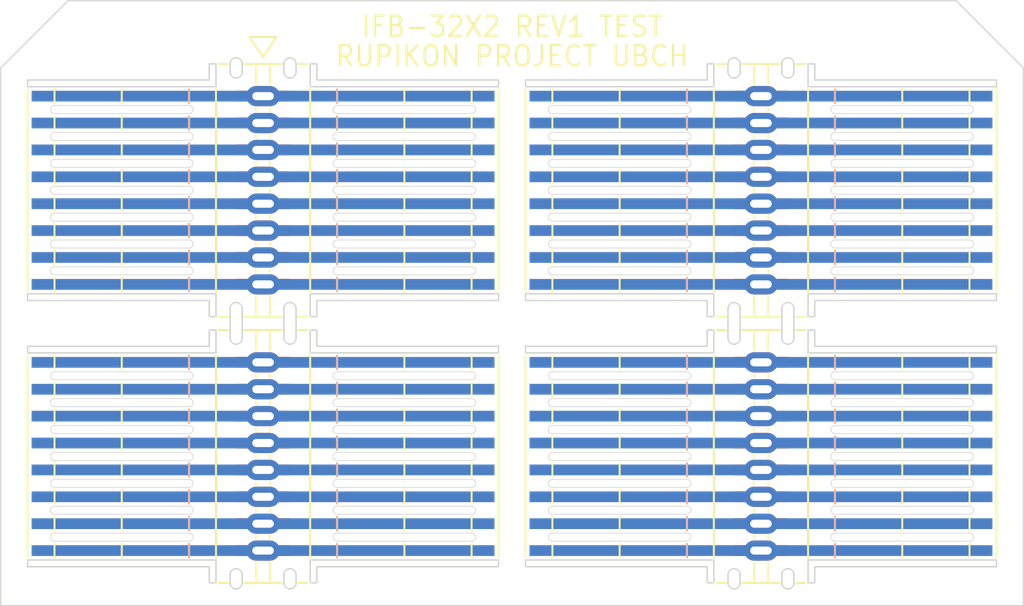
<source format=kicad_pcb>
(kicad_pcb (version 20221018) (generator pcbnew)
  (layers (0 "F.Cu" signal) (31 "B.Cu" signal) (34 "B.Paste" user) (35 "F.Paste" user) (36 "B.SilkS" user "B.Silkscreen") (37 "F.SilkS" user "F.Silkscreen") (38 "B.Mask" user) (39 "F.Mask" user) (44 "Edge.Cuts" user))
  (net 0 "")
  (footprint "MountingHole:MountingHole_2.5mm" (layer "F.Cu") (at 26 16)
    (fp_text reference "REF**" hide)
    (fp_text value "MountingHole_2.5mm")
    (pad "" np_thru_hole circle (at 0 0) (size 2.5 2.5) (drill 2.5) (layers "*.Cu" "*.Mask"))
  )
  (footprint "MountingHole:MountingHole_2.5mm" (layer "F.Cu") (at 76 16)
    (fp_text reference "REF**" hide)
    (fp_text value "MountingHole_2.5mm")
    (pad "" np_thru_hole circle (at 0 0) (size 2.5 2.5) (drill 2.5) (layers "*.Cu" "*.Mask"))
  )
  (footprint "_project_parts:Flex-Dual" (layer "B.Cu") (at 32.5 27.1 -90)
    (fp_text reference "REF**" hide)
    (fp_text value "Flex-Dual" hide)
    (fp_rect (start -7.4 -0.5) (end -6.6 -2) (fill solid) (layer "F.Cu"))
    (fp_rect (start -7.4 2) (end -6.6 0.5) (fill solid) (layer "F.Cu"))
    (fp_rect (start -5.4 -0.5) (end -4.6 -2) (fill solid) (layer "F.Cu"))
    (fp_rect (start -5.4 2) (end -4.6 0.5) (fill solid) (layer "F.Cu"))
    (fp_rect (start -3.4 -0.5) (end -2.6 -2) (fill solid) (layer "F.Cu"))
    (fp_rect (start -3.4 2) (end -2.6 0.5) (fill solid) (layer "F.Cu"))
    (fp_rect (start -1.4 -0.5) (end -0.6 -2) (fill solid) (layer "F.Cu"))
    (fp_rect (start -1.4 2) (end -0.6 0.5) (fill solid) (layer "F.Cu"))
    (fp_rect (start 0.6 -0.5) (end 1.4 -2) (fill solid) (layer "F.Cu"))
    (fp_rect (start 0.6 2) (end 1.4 0.5) (fill solid) (layer "F.Cu"))
    (fp_rect (start 2.6 -0.5) (end 3.4 -2) (fill solid) (layer "F.Cu"))
    (fp_rect (start 2.6 2) (end 3.4 0.5) (fill solid) (layer "F.Cu"))
    (fp_rect (start 4.6 -0.5) (end 5.4 -2) (fill solid) (layer "F.Cu"))
    (fp_rect (start 4.6 2) (end 5.4 0.5) (fill solid) (layer "F.Cu"))
    (fp_rect (start 6.6 -0.5) (end 7.4 -2) (fill solid) (layer "F.Cu"))
    (fp_rect (start 6.6 2) (end 7.4 0.5) (fill solid) (layer "F.Cu"))
    (fp_rect (start -7.4 -0.5) (end -6.6 -17.2) (fill solid) (layer "B.Cu"))
    (fp_rect (start -7.4 17.2) (end -6.6 0.5) (fill solid) (layer "B.Cu"))
    (fp_rect (start -5.4 -0.5) (end -4.6 -17.2) (fill solid) (layer "B.Cu"))
    (fp_rect (start -5.4 17.2) (end -4.6 0.5) (fill solid) (layer "B.Cu"))
    (fp_rect (start -3.4 -0.5) (end -2.6 -17.2) (fill solid) (layer "B.Cu"))
    (fp_rect (start -3.4 17.2) (end -2.6 0.5) (fill solid) (layer "B.Cu"))
    (fp_rect (start -1.4 -0.5) (end -0.6 -17.2) (fill solid) (layer "B.Cu"))
    (fp_rect (start -1.4 17.2) (end -0.6 0.5) (fill solid) (layer "B.Cu"))
    (fp_rect (start 0.6 -0.5) (end 1.4 -17.2) (fill solid) (layer "B.Cu"))
    (fp_rect (start 0.6 17.2) (end 1.4 0.5) (fill solid) (layer "B.Cu"))
    (fp_rect (start 2.6 -0.5) (end 3.4 -17.2) (fill solid) (layer "B.Cu"))
    (fp_rect (start 2.6 17.2) (end 3.4 0.5) (fill solid) (layer "B.Cu"))
    (fp_rect (start 4.6 -0.5) (end 5.4 -17.2) (fill solid) (layer "B.Cu"))
    (fp_rect (start 4.6 17.2) (end 5.4 0.5) (fill solid) (layer "B.Cu"))
    (fp_rect (start 6.6 -0.5) (end 7.4 -17.2) (fill solid) (layer "B.Cu"))
    (fp_rect (start 6.6 17.2) (end 7.4 0.5) (fill solid) (layer "B.Cu"))
    (fp_line (start -6.3 -5.5) (end -6.3 -15.5) (stroke (width 0.05)) (layer "Edge.Cuts"))
    (fp_line (start -6.3 15.5) (end -6.3 5.5) (stroke (width 0.05)) (layer "Edge.Cuts"))
    (fp_line (start -5.7 -15.5) (end -5.7 -5.5) (stroke (width 0.05)) (layer "Edge.Cuts"))
    (fp_line (start -5.7 5.5) (end -5.7 15.5) (stroke (width 0.05)) (layer "Edge.Cuts"))
    (fp_line (start -4.3 -5.5) (end -4.3 -15.5) (stroke (width 0.05)) (layer "Edge.Cuts"))
    (fp_line (start -4.3 15.5) (end -4.3 5.5) (stroke (width 0.05)) (layer "Edge.Cuts"))
    (fp_line (start -3.7 -15.5) (end -3.7 -5.5) (stroke (width 0.05)) (layer "Edge.Cuts"))
    (fp_line (start -3.7 5.5) (end -3.7 15.5) (stroke (width 0.05)) (layer "Edge.Cuts"))
    (fp_line (start -2.3 -5.5) (end -2.3 -15.5) (stroke (width 0.05)) (layer "Edge.Cuts"))
    (fp_line (start -2.3 15.5) (end -2.3 5.5) (stroke (width 0.05)) (layer "Edge.Cuts"))
    (fp_line (start -1.7 -15.5) (end -1.7 -5.5) (stroke (width 0.05)) (layer "Edge.Cuts"))
    (fp_line (start -1.7 5.5) (end -1.7 15.5) (stroke (width 0.05)) (layer "Edge.Cuts"))
    (fp_line (start -0.3 -5.5) (end -0.3 -15.5) (stroke (width 0.05)) (layer "Edge.Cuts"))
    (fp_line (start -0.3 15.5) (end -0.3 5.5) (stroke (width 0.05)) (layer "Edge.Cuts"))
    (fp_line (start 0.3 -15.5) (end 0.3 -5.5) (stroke (width 0.05)) (layer "Edge.Cuts"))
    (fp_line (start 0.3 5.5) (end 0.3 15.5) (stroke (width 0.05)) (layer "Edge.Cuts"))
    (fp_line (start 1.7 -5.5) (end 1.7 -15.5) (stroke (width 0.05)) (layer "Edge.Cuts"))
    (fp_line (start 1.7 15.5) (end 1.7 5.5) (stroke (width 0.05)) (layer "Edge.Cuts"))
    (fp_line (start 2.3 -15.5) (end 2.3 -5.5) (stroke (width 0.05)) (layer "Edge.Cuts"))
    (fp_line (start 2.3 5.5) (end 2.3 15.5) (stroke (width 0.05)) (layer "Edge.Cuts"))
    (fp_line (start 3.7 -5.5) (end 3.7 -15.5) (stroke (width 0.05)) (layer "Edge.Cuts"))
    (fp_line (start 3.7 15.5) (end 3.7 5.5) (stroke (width 0.05)) (layer "Edge.Cuts"))
    (fp_line (start 4.3 -15.5) (end 4.3 -5.5) (stroke (width 0.05)) (layer "Edge.Cuts"))
    (fp_line (start 4.3 5.5) (end 4.3 15.5) (stroke (width 0.05)) (layer "Edge.Cuts"))
    (fp_line (start 5.7 -5.5) (end 5.7 -15.5) (stroke (width 0.05)) (layer "Edge.Cuts"))
    (fp_line (start 5.7 15.5) (end 5.7 5.5) (stroke (width 0.05)) (layer "Edge.Cuts"))
    (fp_line (start 6.3 -15.5) (end 6.3 -5.5) (stroke (width 0.05)) (layer "Edge.Cuts"))
    (fp_line (start 6.3 5.5) (end 6.3 15.5) (stroke (width 0.05)) (layer "Edge.Cuts"))
    (fp_arc (start -6.3 -15.5) (mid -6 -15.8) (end -5.7 -15.5) (stroke (width 0.05)) (layer "Edge.Cuts"))
    (fp_arc (start -6.3 5.5) (mid -6 5.2) (end -5.7 5.5) (stroke (width 0.05)) (layer "Edge.Cuts"))
    (fp_arc (start -5.7 -5.5) (mid -6 -5.2) (end -6.3 -5.5) (stroke (width 0.05)) (layer "Edge.Cuts"))
    (fp_arc (start -5.7 15.5) (mid -6 15.8) (end -6.3 15.5) (stroke (width 0.05)) (layer "Edge.Cuts"))
    (fp_arc (start -4.3 -15.5) (mid -4 -15.8) (end -3.7 -15.5) (stroke (width 0.05)) (layer "Edge.Cuts"))
    (fp_arc (start -4.3 5.5) (mid -4 5.2) (end -3.7 5.5) (stroke (width 0.05)) (layer "Edge.Cuts"))
    (fp_arc (start -3.7 -5.5) (mid -4 -5.2) (end -4.3 -5.5) (stroke (width 0.05)) (layer "Edge.Cuts"))
    (fp_arc (start -3.7 15.5) (mid -4 15.8) (end -4.3 15.5) (stroke (width 0.05)) (layer "Edge.Cuts"))
    (fp_arc (start -2.3 -15.5) (mid -2 -15.8) (end -1.7 -15.5) (stroke (width 0.05)) (layer "Edge.Cuts"))
    (fp_arc (start -2.3 5.5) (mid -2 5.2) (end -1.7 5.5) (stroke (width 0.05)) (layer "Edge.Cuts"))
    (fp_arc (start -1.7 -5.5) (mid -2 -5.2) (end -2.3 -5.5) (stroke (width 0.05)) (layer "Edge.Cuts"))
    (fp_arc (start -1.7 15.5) (mid -2 15.8) (end -2.3 15.5) (stroke (width 0.05)) (layer "Edge.Cuts"))
    (fp_arc (start -0.3 -15.5) (mid 0 -15.8) (end 0.3 -15.5) (stroke (width 0.05)) (layer "Edge.Cuts"))
    (fp_arc (start -0.3 5.5) (mid 0 5.2) (end 0.3 5.5) (stroke (width 0.05)) (layer "Edge.Cuts"))
    (fp_arc (start 0.3 -5.5) (mid 0 -5.2) (end -0.3 -5.5) (stroke (width 0.05)) (layer "Edge.Cuts"))
    (fp_arc (start 0.3 15.5) (mid 0 15.8) (end -0.3 15.5) (stroke (width 0.05)) (layer "Edge.Cuts"))
    (fp_arc (start 1.7 -15.5) (mid 2 -15.8) (end 2.3 -15.5) (stroke (width 0.05)) (layer "Edge.Cuts"))
    (fp_arc (start 1.7 5.5) (mid 2 5.2) (end 2.3 5.5) (stroke (width 0.05)) (layer "Edge.Cuts"))
    (fp_arc (start 2.3 -5.5) (mid 2 -5.2) (end 1.7 -5.5) (stroke (width 0.05)) (layer "Edge.Cuts"))
    (fp_arc (start 2.3 15.5) (mid 2 15.8) (end 1.7 15.5) (stroke (width 0.05)) (layer "Edge.Cuts"))
    (fp_arc (start 3.7 -15.5) (mid 4 -15.8) (end 4.3 -15.5) (stroke (width 0.05)) (layer "Edge.Cuts"))
    (fp_arc (start 3.7 5.5) (mid 4 5.2) (end 4.3 5.5) (stroke (width 0.05)) (layer "Edge.Cuts"))
    (fp_arc (start 4.3 -5.5) (mid 4 -5.2) (end 3.7 -5.5) (stroke (width 0.05)) (layer "Edge.Cuts"))
    (fp_arc (start 4.3 15.5) (mid 4 15.8) (end 3.7 15.5) (stroke (width 0.05)) (layer "Edge.Cuts"))
    (fp_arc (start 5.7 -15.5) (mid 6 -15.8) (end 6.3 -15.5) (stroke (width 0.05)) (layer "Edge.Cuts"))
    (fp_arc (start 5.7 5.5) (mid 6 5.2) (end 6.3 5.5) (stroke (width 0.05)) (layer "Edge.Cuts"))
    (fp_arc (start 6.3 -5.5) (mid 6 -5.2) (end 5.7 -5.5) (stroke (width 0.05)) (layer "Edge.Cuts"))
    (fp_arc (start 6.3 15.5) (mid 6 15.8) (end 5.7 15.5) (stroke (width 0.05)) (layer "Edge.Cuts"))
    (pad "1" thru_hole oval (at -7 0 270) (size 1.5 2.5) (drill oval 0.6 1.6) (layers "*.Cu" "*.Mask"))
    (pad "2" thru_hole oval (at -5 0 270) (size 1.5 2.5) (drill oval 0.6 1.6) (layers "*.Cu" "*.Mask"))
    (pad "3" thru_hole oval (at -3 0 270) (size 1.5 2.5) (drill oval 0.6 1.6) (layers "*.Cu" "*.Mask"))
    (pad "4" thru_hole oval (at -1 0 270) (size 1.5 2.5) (drill oval 0.6 1.6) (layers "*.Cu" "*.Mask"))
    (pad "5" thru_hole oval (at 1 0 270) (size 1.5 2.5) (drill oval 0.6 1.6) (layers "*.Cu" "*.Mask"))
    (pad "6" thru_hole oval (at 3 0 270) (size 1.5 2.5) (drill oval 0.6 1.6) (layers "*.Cu" "*.Mask"))
    (pad "7" thru_hole oval (at 5 0 270) (size 1.5 2.5) (drill oval 0.6 1.6) (layers "*.Cu" "*.Mask"))
    (pad "8" thru_hole oval (at 7 0 270) (size 1.5 2.5) (drill oval 0.6 1.6) (layers "*.Cu" "*.Mask"))
  )
  (footprint "_project_parts:Flex-Dual" (layer "B.Cu") (at 69.5 46.9 -90)
    (fp_text reference "REF**" hide)
    (fp_text value "Flex-Dual" hide)
    (fp_rect (start -7.4 -0.5) (end -6.6 -2) (fill solid) (layer "F.Cu"))
    (fp_rect (start -7.4 2) (end -6.6 0.5) (fill solid) (layer "F.Cu"))
    (fp_rect (start -5.4 -0.5) (end -4.6 -2) (fill solid) (layer "F.Cu"))
    (fp_rect (start -5.4 2) (end -4.6 0.5) (fill solid) (layer "F.Cu"))
    (fp_rect (start -3.4 -0.5) (end -2.6 -2) (fill solid) (layer "F.Cu"))
    (fp_rect (start -3.4 2) (end -2.6 0.5) (fill solid) (layer "F.Cu"))
    (fp_rect (start -1.4 -0.5) (end -0.6 -2) (fill solid) (layer "F.Cu"))
    (fp_rect (start -1.4 2) (end -0.6 0.5) (fill solid) (layer "F.Cu"))
    (fp_rect (start 0.6 -0.5) (end 1.4 -2) (fill solid) (layer "F.Cu"))
    (fp_rect (start 0.6 2) (end 1.4 0.5) (fill solid) (layer "F.Cu"))
    (fp_rect (start 2.6 -0.5) (end 3.4 -2) (fill solid) (layer "F.Cu"))
    (fp_rect (start 2.6 2) (end 3.4 0.5) (fill solid) (layer "F.Cu"))
    (fp_rect (start 4.6 -0.5) (end 5.4 -2) (fill solid) (layer "F.Cu"))
    (fp_rect (start 4.6 2) (end 5.4 0.5) (fill solid) (layer "F.Cu"))
    (fp_rect (start 6.6 -0.5) (end 7.4 -2) (fill solid) (layer "F.Cu"))
    (fp_rect (start 6.6 2) (end 7.4 0.5) (fill solid) (layer "F.Cu"))
    (fp_rect (start -7.4 -0.5) (end -6.6 -17.2) (fill solid) (layer "B.Cu"))
    (fp_rect (start -7.4 17.2) (end -6.6 0.5) (fill solid) (layer "B.Cu"))
    (fp_rect (start -5.4 -0.5) (end -4.6 -17.2) (fill solid) (layer "B.Cu"))
    (fp_rect (start -5.4 17.2) (end -4.6 0.5) (fill solid) (layer "B.Cu"))
    (fp_rect (start -3.4 -0.5) (end -2.6 -17.2) (fill solid) (layer "B.Cu"))
    (fp_rect (start -3.4 17.2) (end -2.6 0.5) (fill solid) (layer "B.Cu"))
    (fp_rect (start -1.4 -0.5) (end -0.6 -17.2) (fill solid) (layer "B.Cu"))
    (fp_rect (start -1.4 17.2) (end -0.6 0.5) (fill solid) (layer "B.Cu"))
    (fp_rect (start 0.6 -0.5) (end 1.4 -17.2) (fill solid) (layer "B.Cu"))
    (fp_rect (start 0.6 17.2) (end 1.4 0.5) (fill solid) (layer "B.Cu"))
    (fp_rect (start 2.6 -0.5) (end 3.4 -17.2) (fill solid) (layer "B.Cu"))
    (fp_rect (start 2.6 17.2) (end 3.4 0.5) (fill solid) (layer "B.Cu"))
    (fp_rect (start 4.6 -0.5) (end 5.4 -17.2) (fill solid) (layer "B.Cu"))
    (fp_rect (start 4.6 17.2) (end 5.4 0.5) (fill solid) (layer "B.Cu"))
    (fp_rect (start 6.6 -0.5) (end 7.4 -17.2) (fill solid) (layer "B.Cu"))
    (fp_rect (start 6.6 17.2) (end 7.4 0.5) (fill solid) (layer "B.Cu"))
    (fp_line (start -6.3 -5.5) (end -6.3 -15.5) (stroke (width 0.05)) (layer "Edge.Cuts"))
    (fp_line (start -6.3 15.5) (end -6.3 5.5) (stroke (width 0.05)) (layer "Edge.Cuts"))
    (fp_line (start -5.7 -15.5) (end -5.7 -5.5) (stroke (width 0.05)) (layer "Edge.Cuts"))
    (fp_line (start -5.7 5.5) (end -5.7 15.5) (stroke (width 0.05)) (layer "Edge.Cuts"))
    (fp_line (start -4.3 -5.5) (end -4.3 -15.5) (stroke (width 0.05)) (layer "Edge.Cuts"))
    (fp_line (start -4.3 15.5) (end -4.3 5.5) (stroke (width 0.05)) (layer "Edge.Cuts"))
    (fp_line (start -3.7 -15.5) (end -3.7 -5.5) (stroke (width 0.05)) (layer "Edge.Cuts"))
    (fp_line (start -3.7 5.5) (end -3.7 15.5) (stroke (width 0.05)) (layer "Edge.Cuts"))
    (fp_line (start -2.3 -5.5) (end -2.3 -15.5) (stroke (width 0.05)) (layer "Edge.Cuts"))
    (fp_line (start -2.3 15.5) (end -2.3 5.5) (stroke (width 0.05)) (layer "Edge.Cuts"))
    (fp_line (start -1.7 -15.5) (end -1.7 -5.5) (stroke (width 0.05)) (layer "Edge.Cuts"))
    (fp_line (start -1.7 5.5) (end -1.7 15.5) (stroke (width 0.05)) (layer "Edge.Cuts"))
    (fp_line (start -0.3 -5.5) (end -0.3 -15.5) (stroke (width 0.05)) (layer "Edge.Cuts"))
    (fp_line (start -0.3 15.5) (end -0.3 5.5) (stroke (width 0.05)) (layer "Edge.Cuts"))
    (fp_line (start 0.3 -15.5) (end 0.3 -5.5) (stroke (width 0.05)) (layer "Edge.Cuts"))
    (fp_line (start 0.3 5.5) (end 0.3 15.5) (stroke (width 0.05)) (layer "Edge.Cuts"))
    (fp_line (start 1.7 -5.5) (end 1.7 -15.5) (stroke (width 0.05)) (layer "Edge.Cuts"))
    (fp_line (start 1.7 15.5) (end 1.7 5.5) (stroke (width 0.05)) (layer "Edge.Cuts"))
    (fp_line (start 2.3 -15.5) (end 2.3 -5.5) (stroke (width 0.05)) (layer "Edge.Cuts"))
    (fp_line (start 2.3 5.5) (end 2.3 15.5) (stroke (width 0.05)) (layer "Edge.Cuts"))
    (fp_line (start 3.7 -5.5) (end 3.7 -15.5) (stroke (width 0.05)) (layer "Edge.Cuts"))
    (fp_line (start 3.7 15.5) (end 3.7 5.5) (stroke (width 0.05)) (layer "Edge.Cuts"))
    (fp_line (start 4.3 -15.5) (end 4.3 -5.5) (stroke (width 0.05)) (layer "Edge.Cuts"))
    (fp_line (start 4.3 5.5) (end 4.3 15.5) (stroke (width 0.05)) (layer "Edge.Cuts"))
    (fp_line (start 5.7 -5.5) (end 5.7 -15.5) (stroke (width 0.05)) (layer "Edge.Cuts"))
    (fp_line (start 5.7 15.5) (end 5.7 5.5) (stroke (width 0.05)) (layer "Edge.Cuts"))
    (fp_line (start 6.3 -15.5) (end 6.3 -5.5) (stroke (width 0.05)) (layer "Edge.Cuts"))
    (fp_line (start 6.3 5.5) (end 6.3 15.5) (stroke (width 0.05)) (layer "Edge.Cuts"))
    (fp_arc (start -6.3 -15.5) (mid -6 -15.8) (end -5.7 -15.5) (stroke (width 0.05)) (layer "Edge.Cuts"))
    (fp_arc (start -6.3 5.5) (mid -6 5.2) (end -5.7 5.5) (stroke (width 0.05)) (layer "Edge.Cuts"))
    (fp_arc (start -5.7 -5.5) (mid -6 -5.2) (end -6.3 -5.5) (stroke (width 0.05)) (layer "Edge.Cuts"))
    (fp_arc (start -5.7 15.5) (mid -6 15.8) (end -6.3 15.5) (stroke (width 0.05)) (layer "Edge.Cuts"))
    (fp_arc (start -4.3 -15.5) (mid -4 -15.8) (end -3.7 -15.5) (stroke (width 0.05)) (layer "Edge.Cuts"))
    (fp_arc (start -4.3 5.5) (mid -4 5.2) (end -3.7 5.5) (stroke (width 0.05)) (layer "Edge.Cuts"))
    (fp_arc (start -3.7 -5.5) (mid -4 -5.2) (end -4.3 -5.5) (stroke (width 0.05)) (layer "Edge.Cuts"))
    (fp_arc (start -3.7 15.5) (mid -4 15.8) (end -4.3 15.5) (stroke (width 0.05)) (layer "Edge.Cuts"))
    (fp_arc (start -2.3 -15.5) (mid -2 -15.8) (end -1.7 -15.5) (stroke (width 0.05)) (layer "Edge.Cuts"))
    (fp_arc (start -2.3 5.5) (mid -2 5.2) (end -1.7 5.5) (stroke (width 0.05)) (layer "Edge.Cuts"))
    (fp_arc (start -1.7 -5.5) (mid -2 -5.2) (end -2.3 -5.5) (stroke (width 0.05)) (layer "Edge.Cuts"))
    (fp_arc (start -1.7 15.5) (mid -2 15.8) (end -2.3 15.5) (stroke (width 0.05)) (layer "Edge.Cuts"))
    (fp_arc (start -0.3 -15.5) (mid 0 -15.8) (end 0.3 -15.5) (stroke (width 0.05)) (layer "Edge.Cuts"))
    (fp_arc (start -0.3 5.5) (mid 0 5.2) (end 0.3 5.5) (stroke (width 0.05)) (layer "Edge.Cuts"))
    (fp_arc (start 0.3 -5.5) (mid 0 -5.2) (end -0.3 -5.5) (stroke (width 0.05)) (layer "Edge.Cuts"))
    (fp_arc (start 0.3 15.5) (mid 0 15.8) (end -0.3 15.5) (stroke (width 0.05)) (layer "Edge.Cuts"))
    (fp_arc (start 1.7 -15.5) (mid 2 -15.8) (end 2.3 -15.5) (stroke (width 0.05)) (layer "Edge.Cuts"))
    (fp_arc (start 1.7 5.5) (mid 2 5.2) (end 2.3 5.5) (stroke (width 0.05)) (layer "Edge.Cuts"))
    (fp_arc (start 2.3 -5.5) (mid 2 -5.2) (end 1.7 -5.5) (stroke (width 0.05)) (layer "Edge.Cuts"))
    (fp_arc (start 2.3 15.5) (mid 2 15.8) (end 1.7 15.5) (stroke (width 0.05)) (layer "Edge.Cuts"))
    (fp_arc (start 3.7 -15.5) (mid 4 -15.8) (end 4.3 -15.5) (stroke (width 0.05)) (layer "Edge.Cuts"))
    (fp_arc (start 3.7 5.5) (mid 4 5.2) (end 4.3 5.5) (stroke (width 0.05)) (layer "Edge.Cuts"))
    (fp_arc (start 4.3 -5.5) (mid 4 -5.2) (end 3.7 -5.5) (stroke (width 0.05)) (layer "Edge.Cuts"))
    (fp_arc (start 4.3 15.5) (mid 4 15.8) (end 3.7 15.5) (stroke (width 0.05)) (layer "Edge.Cuts"))
    (fp_arc (start 5.7 -15.5) (mid 6 -15.8) (end 6.3 -15.5) (stroke (width 0.05)) (layer "Edge.Cuts"))
    (fp_arc (start 5.7 5.5) (mid 6 5.2) (end 6.3 5.5) (stroke (width 0.05)) (layer "Edge.Cuts"))
    (fp_arc (start 6.3 -5.5) (mid 6 -5.2) (end 5.7 -5.5) (stroke (width 0.05)) (layer "Edge.Cuts"))
    (fp_arc (start 6.3 15.5) (mid 6 15.8) (end 5.7 15.5) (stroke (width 0.05)) (layer "Edge.Cuts"))
    (pad "1" thru_hole oval (at -7 0 270) (size 1.5 2.5) (drill oval 0.6 1.6) (layers "*.Cu" "*.Mask"))
    (pad "2" thru_hole oval (at -5 0 270) (size 1.5 2.5) (drill oval 0.6 1.6) (layers "*.Cu" "*.Mask"))
    (pad "3" thru_hole oval (at -3 0 270) (size 1.5 2.5) (drill oval 0.6 1.6) (layers "*.Cu" "*.Mask"))
    (pad "4" thru_hole oval (at -1 0 270) (size 1.5 2.5) (drill oval 0.6 1.6) (layers "*.Cu" "*.Mask"))
    (pad "5" thru_hole oval (at 1 0 270) (size 1.5 2.5) (drill oval 0.6 1.6) (layers "*.Cu" "*.Mask"))
    (pad "6" thru_hole oval (at 3 0 270) (size 1.5 2.5) (drill oval 0.6 1.6) (layers "*.Cu" "*.Mask"))
    (pad "7" thru_hole oval (at 5 0 270) (size 1.5 2.5) (drill oval 0.6 1.6) (layers "*.Cu" "*.Mask"))
    (pad "8" thru_hole oval (at 7 0 270) (size 1.5 2.5) (drill oval 0.6 1.6) (layers "*.Cu" "*.Mask"))
  )
  (footprint "_project_parts:Flex-Dual" (layer "B.Cu") (at 69.5 27.1 -90)
    (fp_text reference "REF**" hide)
    (fp_text value "Flex-Dual" hide)
    (fp_rect (start -7.4 -0.5) (end -6.6 -2) (fill solid) (layer "F.Cu"))
    (fp_rect (start -7.4 2) (end -6.6 0.5) (fill solid) (layer "F.Cu"))
    (fp_rect (start -5.4 -0.5) (end -4.6 -2) (fill solid) (layer "F.Cu"))
    (fp_rect (start -5.4 2) (end -4.6 0.5) (fill solid) (layer "F.Cu"))
    (fp_rect (start -3.4 -0.5) (end -2.6 -2) (fill solid) (layer "F.Cu"))
    (fp_rect (start -3.4 2) (end -2.6 0.5) (fill solid) (layer "F.Cu"))
    (fp_rect (start -1.4 -0.5) (end -0.6 -2) (fill solid) (layer "F.Cu"))
    (fp_rect (start -1.4 2) (end -0.6 0.5) (fill solid) (layer "F.Cu"))
    (fp_rect (start 0.6 -0.5) (end 1.4 -2) (fill solid) (layer "F.Cu"))
    (fp_rect (start 0.6 2) (end 1.4 0.5) (fill solid) (layer "F.Cu"))
    (fp_rect (start 2.6 -0.5) (end 3.4 -2) (fill solid) (layer "F.Cu"))
    (fp_rect (start 2.6 2) (end 3.4 0.5) (fill solid) (layer "F.Cu"))
    (fp_rect (start 4.6 -0.5) (end 5.4 -2) (fill solid) (layer "F.Cu"))
    (fp_rect (start 4.6 2) (end 5.4 0.5) (fill solid) (layer "F.Cu"))
    (fp_rect (start 6.6 -0.5) (end 7.4 -2) (fill solid) (layer "F.Cu"))
    (fp_rect (start 6.6 2) (end 7.4 0.5) (fill solid) (layer "F.Cu"))
    (fp_rect (start -7.4 -0.5) (end -6.6 -17.2) (fill solid) (layer "B.Cu"))
    (fp_rect (start -7.4 17.2) (end -6.6 0.5) (fill solid) (layer "B.Cu"))
    (fp_rect (start -5.4 -0.5) (end -4.6 -17.2) (fill solid) (layer "B.Cu"))
    (fp_rect (start -5.4 17.2) (end -4.6 0.5) (fill solid) (layer "B.Cu"))
    (fp_rect (start -3.4 -0.5) (end -2.6 -17.2) (fill solid) (layer "B.Cu"))
    (fp_rect (start -3.4 17.2) (end -2.6 0.5) (fill solid) (layer "B.Cu"))
    (fp_rect (start -1.4 -0.5) (end -0.6 -17.2) (fill solid) (layer "B.Cu"))
    (fp_rect (start -1.4 17.2) (end -0.6 0.5) (fill solid) (layer "B.Cu"))
    (fp_rect (start 0.6 -0.5) (end 1.4 -17.2) (fill solid) (layer "B.Cu"))
    (fp_rect (start 0.6 17.2) (end 1.4 0.5) (fill solid) (layer "B.Cu"))
    (fp_rect (start 2.6 -0.5) (end 3.4 -17.2) (fill solid) (layer "B.Cu"))
    (fp_rect (start 2.6 17.2) (end 3.4 0.5) (fill solid) (layer "B.Cu"))
    (fp_rect (start 4.6 -0.5) (end 5.4 -17.2) (fill solid) (layer "B.Cu"))
    (fp_rect (start 4.6 17.2) (end 5.4 0.5) (fill solid) (layer "B.Cu"))
    (fp_rect (start 6.6 -0.5) (end 7.4 -17.2) (fill solid) (layer "B.Cu"))
    (fp_rect (start 6.6 17.2) (end 7.4 0.5) (fill solid) (layer "B.Cu"))
    (fp_line (start -6.3 -5.5) (end -6.3 -15.5) (stroke (width 0.05)) (layer "Edge.Cuts"))
    (fp_line (start -6.3 15.5) (end -6.3 5.5) (stroke (width 0.05)) (layer "Edge.Cuts"))
    (fp_line (start -5.7 -15.5) (end -5.7 -5.5) (stroke (width 0.05)) (layer "Edge.Cuts"))
    (fp_line (start -5.7 5.5) (end -5.7 15.5) (stroke (width 0.05)) (layer "Edge.Cuts"))
    (fp_line (start -4.3 -5.5) (end -4.3 -15.5) (stroke (width 0.05)) (layer "Edge.Cuts"))
    (fp_line (start -4.3 15.5) (end -4.3 5.5) (stroke (width 0.05)) (layer "Edge.Cuts"))
    (fp_line (start -3.7 -15.5) (end -3.7 -5.5) (stroke (width 0.05)) (layer "Edge.Cuts"))
    (fp_line (start -3.7 5.5) (end -3.7 15.5) (stroke (width 0.05)) (layer "Edge.Cuts"))
    (fp_line (start -2.3 -5.5) (end -2.3 -15.5) (stroke (width 0.05)) (layer "Edge.Cuts"))
    (fp_line (start -2.3 15.5) (end -2.3 5.5) (stroke (width 0.05)) (layer "Edge.Cuts"))
    (fp_line (start -1.7 -15.5) (end -1.7 -5.5) (stroke (width 0.05)) (layer "Edge.Cuts"))
    (fp_line (start -1.7 5.5) (end -1.7 15.5) (stroke (width 0.05)) (layer "Edge.Cuts"))
    (fp_line (start -0.3 -5.5) (end -0.3 -15.5) (stroke (width 0.05)) (layer "Edge.Cuts"))
    (fp_line (start -0.3 15.5) (end -0.3 5.5) (stroke (width 0.05)) (layer "Edge.Cuts"))
    (fp_line (start 0.3 -15.5) (end 0.3 -5.5) (stroke (width 0.05)) (layer "Edge.Cuts"))
    (fp_line (start 0.3 5.5) (end 0.3 15.5) (stroke (width 0.05)) (layer "Edge.Cuts"))
    (fp_line (start 1.7 -5.5) (end 1.7 -15.5) (stroke (width 0.05)) (layer "Edge.Cuts"))
    (fp_line (start 1.7 15.5) (end 1.7 5.5) (stroke (width 0.05)) (layer "Edge.Cuts"))
    (fp_line (start 2.3 -15.5) (end 2.3 -5.5) (stroke (width 0.05)) (layer "Edge.Cuts"))
    (fp_line (start 2.3 5.5) (end 2.3 15.5) (stroke (width 0.05)) (layer "Edge.Cuts"))
    (fp_line (start 3.7 -5.5) (end 3.7 -15.5) (stroke (width 0.05)) (layer "Edge.Cuts"))
    (fp_line (start 3.7 15.5) (end 3.7 5.5) (stroke (width 0.05)) (layer "Edge.Cuts"))
    (fp_line (start 4.3 -15.5) (end 4.3 -5.5) (stroke (width 0.05)) (layer "Edge.Cuts"))
    (fp_line (start 4.3 5.5) (end 4.3 15.5) (stroke (width 0.05)) (layer "Edge.Cuts"))
    (fp_line (start 5.7 -5.5) (end 5.7 -15.5) (stroke (width 0.05)) (layer "Edge.Cuts"))
    (fp_line (start 5.7 15.5) (end 5.7 5.5) (stroke (width 0.05)) (layer "Edge.Cuts"))
    (fp_line (start 6.3 -15.5) (end 6.3 -5.5) (stroke (width 0.05)) (layer "Edge.Cuts"))
    (fp_line (start 6.3 5.5) (end 6.3 15.5) (stroke (width 0.05)) (layer "Edge.Cuts"))
    (fp_arc (start -6.3 -15.5) (mid -6 -15.8) (end -5.7 -15.5) (stroke (width 0.05)) (layer "Edge.Cuts"))
    (fp_arc (start -6.3 5.5) (mid -6 5.2) (end -5.7 5.5) (stroke (width 0.05)) (layer "Edge.Cuts"))
    (fp_arc (start -5.7 -5.5) (mid -6 -5.2) (end -6.3 -5.5) (stroke (width 0.05)) (layer "Edge.Cuts"))
    (fp_arc (start -5.7 15.5) (mid -6 15.8) (end -6.3 15.5) (stroke (width 0.05)) (layer "Edge.Cuts"))
    (fp_arc (start -4.3 -15.5) (mid -4 -15.8) (end -3.7 -15.5) (stroke (width 0.05)) (layer "Edge.Cuts"))
    (fp_arc (start -4.3 5.5) (mid -4 5.2) (end -3.7 5.5) (stroke (width 0.05)) (layer "Edge.Cuts"))
    (fp_arc (start -3.7 -5.5) (mid -4 -5.2) (end -4.3 -5.5) (stroke (width 0.05)) (layer "Edge.Cuts"))
    (fp_arc (start -3.7 15.5) (mid -4 15.8) (end -4.3 15.5) (stroke (width 0.05)) (layer "Edge.Cuts"))
    (fp_arc (start -2.3 -15.5) (mid -2 -15.8) (end -1.7 -15.5) (stroke (width 0.05)) (layer "Edge.Cuts"))
    (fp_arc (start -2.3 5.5) (mid -2 5.2) (end -1.7 5.5) (stroke (width 0.05)) (layer "Edge.Cuts"))
    (fp_arc (start -1.7 -5.5) (mid -2 -5.2) (end -2.3 -5.5) (stroke (width 0.05)) (layer "Edge.Cuts"))
    (fp_arc (start -1.7 15.5) (mid -2 15.8) (end -2.3 15.5) (stroke (width 0.05)) (layer "Edge.Cuts"))
    (fp_arc (start -0.3 -15.5) (mid 0 -15.8) (end 0.3 -15.5) (stroke (width 0.05)) (layer "Edge.Cuts"))
    (fp_arc (start -0.3 5.5) (mid 0 5.2) (end 0.3 5.5) (stroke (width 0.05)) (layer "Edge.Cuts"))
    (fp_arc (start 0.3 -5.5) (mid 0 -5.2) (end -0.3 -5.5) (stroke (width 0.05)) (layer "Edge.Cuts"))
    (fp_arc (start 0.3 15.5) (mid 0 15.8) (end -0.3 15.5) (stroke (width 0.05)) (layer "Edge.Cuts"))
    (fp_arc (start 1.7 -15.5) (mid 2 -15.8) (end 2.3 -15.5) (stroke (width 0.05)) (layer "Edge.Cuts"))
    (fp_arc (start 1.7 5.5) (mid 2 5.2) (end 2.3 5.5) (stroke (width 0.05)) (layer "Edge.Cuts"))
    (fp_arc (start 2.3 -5.5) (mid 2 -5.2) (end 1.7 -5.5) (stroke (width 0.05)) (layer "Edge.Cuts"))
    (fp_arc (start 2.3 15.5) (mid 2 15.8) (end 1.7 15.5) (stroke (width 0.05)) (layer "Edge.Cuts"))
    (fp_arc (start 3.7 -15.5) (mid 4 -15.8) (end 4.3 -15.5) (stroke (width 0.05)) (layer "Edge.Cuts"))
    (fp_arc (start 3.7 5.5) (mid 4 5.2) (end 4.3 5.5) (stroke (width 0.05)) (layer "Edge.Cuts"))
    (fp_arc (start 4.3 -5.5) (mid 4 -5.2) (end 3.7 -5.5) (stroke (width 0.05)) (layer "Edge.Cuts"))
    (fp_arc (start 4.3 15.5) (mid 4 15.8) (end 3.7 15.5) (stroke (width 0.05)) (layer "Edge.Cuts"))
    (fp_arc (start 5.7 -15.5) (mid 6 -15.8) (end 6.3 -15.5) (stroke (width 0.05)) (layer "Edge.Cuts"))
    (fp_arc (start 5.7 5.5) (mid 6 5.2) (end 6.3 5.5) (stroke (width 0.05)) (layer "Edge.Cuts"))
    (fp_arc (start 6.3 -5.5) (mid 6 -5.2) (end 5.7 -5.5) (stroke (width 0.05)) (layer "Edge.Cuts"))
    (fp_arc (start 6.3 15.5) (mid 6 15.8) (end 5.7 15.5) (stroke (width 0.05)) (layer "Edge.Cuts"))
    (pad "1" thru_hole oval (at -7 0 270) (size 1.5 2.5) (drill oval 0.6 1.6) (layers "*.Cu" "*.Mask"))
    (pad "2" thru_hole oval (at -5 0 270) (size 1.5 2.5) (drill oval 0.6 1.6) (layers "*.Cu" "*.Mask"))
    (pad "3" thru_hole oval (at -3 0 270) (size 1.5 2.5) (drill oval 0.6 1.6) (layers "*.Cu" "*.Mask"))
    (pad "4" thru_hole oval (at -1 0 270) (size 1.5 2.5) (drill oval 0.6 1.6) (layers "*.Cu" "*.Mask"))
    (pad "5" thru_hole oval (at 1 0 270) (size 1.5 2.5) (drill oval 0.6 1.6) (layers "*.Cu" "*.Mask"))
    (pad "6" thru_hole oval (at 3 0 270) (size 1.5 2.5) (drill oval 0.6 1.6) (layers "*.Cu" "*.Mask"))
    (pad "7" thru_hole oval (at 5 0 270) (size 1.5 2.5) (drill oval 0.6 1.6) (layers "*.Cu" "*.Mask"))
    (pad "8" thru_hole oval (at 7 0 270) (size 1.5 2.5) (drill oval 0.6 1.6) (layers "*.Cu" "*.Mask"))
  )
  (footprint "_project_parts:Flex-Dual" (layer "B.Cu") (at 32.5 46.9 -90)
    (fp_text reference "REF**" hide)
    (fp_text value "Flex-Dual" hide)
    (fp_rect (start -7.4 -0.5) (end -6.6 -2) (fill solid) (layer "F.Cu"))
    (fp_rect (start -7.4 2) (end -6.6 0.5) (fill solid) (layer "F.Cu"))
    (fp_rect (start -5.4 -0.5) (end -4.6 -2) (fill solid) (layer "F.Cu"))
    (fp_rect (start -5.4 2) (end -4.6 0.5) (fill solid) (layer "F.Cu"))
    (fp_rect (start -3.4 -0.5) (end -2.6 -2) (fill solid) (layer "F.Cu"))
    (fp_rect (start -3.4 2) (end -2.6 0.5) (fill solid) (layer "F.Cu"))
    (fp_rect (start -1.4 -0.5) (end -0.6 -2) (fill solid) (layer "F.Cu"))
    (fp_rect (start -1.4 2) (end -0.6 0.5) (fill solid) (layer "F.Cu"))
    (fp_rect (start 0.6 -0.5) (end 1.4 -2) (fill solid) (layer "F.Cu"))
    (fp_rect (start 0.6 2) (end 1.4 0.5) (fill solid) (layer "F.Cu"))
    (fp_rect (start 2.6 -0.5) (end 3.4 -2) (fill solid) (layer "F.Cu"))
    (fp_rect (start 2.6 2) (end 3.4 0.5) (fill solid) (layer "F.Cu"))
    (fp_rect (start 4.6 -0.5) (end 5.4 -2) (fill solid) (layer "F.Cu"))
    (fp_rect (start 4.6 2) (end 5.4 0.5) (fill solid) (layer "F.Cu"))
    (fp_rect (start 6.6 -0.5) (end 7.4 -2) (fill solid) (layer "F.Cu"))
    (fp_rect (start 6.6 2) (end 7.4 0.5) (fill solid) (layer "F.Cu"))
    (fp_rect (start -7.4 -0.5) (end -6.6 -17.2) (fill solid) (layer "B.Cu"))
    (fp_rect (start -7.4 17.2) (end -6.6 0.5) (fill solid) (layer "B.Cu"))
    (fp_rect (start -5.4 -0.5) (end -4.6 -17.2) (fill solid) (layer "B.Cu"))
    (fp_rect (start -5.4 17.2) (end -4.6 0.5) (fill solid) (layer "B.Cu"))
    (fp_rect (start -3.4 -0.5) (end -2.6 -17.2) (fill solid) (layer "B.Cu"))
    (fp_rect (start -3.4 17.2) (end -2.6 0.5) (fill solid) (layer "B.Cu"))
    (fp_rect (start -1.4 -0.5) (end -0.6 -17.2) (fill solid) (layer "B.Cu"))
    (fp_rect (start -1.4 17.2) (end -0.6 0.5) (fill solid) (layer "B.Cu"))
    (fp_rect (start 0.6 -0.5) (end 1.4 -17.2) (fill solid) (layer "B.Cu"))
    (fp_rect (start 0.6 17.2) (end 1.4 0.5) (fill solid) (layer "B.Cu"))
    (fp_rect (start 2.6 -0.5) (end 3.4 -17.2) (fill solid) (layer "B.Cu"))
    (fp_rect (start 2.6 17.2) (end 3.4 0.5) (fill solid) (layer "B.Cu"))
    (fp_rect (start 4.6 -0.5) (end 5.4 -17.2) (fill solid) (layer "B.Cu"))
    (fp_rect (start 4.6 17.2) (end 5.4 0.5) (fill solid) (layer "B.Cu"))
    (fp_rect (start 6.6 -0.5) (end 7.4 -17.2) (fill solid) (layer "B.Cu"))
    (fp_rect (start 6.6 17.2) (end 7.4 0.5) (fill solid) (layer "B.Cu"))
    (fp_line (start -6.3 -5.5) (end -6.3 -15.5) (stroke (width 0.05)) (layer "Edge.Cuts"))
    (fp_line (start -6.3 15.5) (end -6.3 5.5) (stroke (width 0.05)) (layer "Edge.Cuts"))
    (fp_line (start -5.7 -15.5) (end -5.7 -5.5) (stroke (width 0.05)) (layer "Edge.Cuts"))
    (fp_line (start -5.7 5.5) (end -5.7 15.5) (stroke (width 0.05)) (layer "Edge.Cuts"))
    (fp_line (start -4.3 -5.5) (end -4.3 -15.5) (stroke (width 0.05)) (layer "Edge.Cuts"))
    (fp_line (start -4.3 15.5) (end -4.3 5.5) (stroke (width 0.05)) (layer "Edge.Cuts"))
    (fp_line (start -3.7 -15.5) (end -3.7 -5.5) (stroke (width 0.05)) (layer "Edge.Cuts"))
    (fp_line (start -3.7 5.5) (end -3.7 15.5) (stroke (width 0.05)) (layer "Edge.Cuts"))
    (fp_line (start -2.3 -5.5) (end -2.3 -15.5) (stroke (width 0.05)) (layer "Edge.Cuts"))
    (fp_line (start -2.3 15.5) (end -2.3 5.5) (stroke (width 0.05)) (layer "Edge.Cuts"))
    (fp_line (start -1.7 -15.5) (end -1.7 -5.5) (stroke (width 0.05)) (layer "Edge.Cuts"))
    (fp_line (start -1.7 5.5) (end -1.7 15.5) (stroke (width 0.05)) (layer "Edge.Cuts"))
    (fp_line (start -0.3 -5.5) (end -0.3 -15.5) (stroke (width 0.05)) (layer "Edge.Cuts"))
    (fp_line (start -0.3 15.5) (end -0.3 5.5) (stroke (width 0.05)) (layer "Edge.Cuts"))
    (fp_line (start 0.3 -15.5) (end 0.3 -5.5) (stroke (width 0.05)) (layer "Edge.Cuts"))
    (fp_line (start 0.3 5.5) (end 0.3 15.5) (stroke (width 0.05)) (layer "Edge.Cuts"))
    (fp_line (start 1.7 -5.5) (end 1.7 -15.5) (stroke (width 0.05)) (layer "Edge.Cuts"))
    (fp_line (start 1.7 15.5) (end 1.7 5.5) (stroke (width 0.05)) (layer "Edge.Cuts"))
    (fp_line (start 2.3 -15.5) (end 2.3 -5.5) (stroke (width 0.05)) (layer "Edge.Cuts"))
    (fp_line (start 2.3 5.5) (end 2.3 15.5) (stroke (width 0.05)) (layer "Edge.Cuts"))
    (fp_line (start 3.7 -5.5) (end 3.7 -15.5) (stroke (width 0.05)) (layer "Edge.Cuts"))
    (fp_line (start 3.7 15.5) (end 3.7 5.5) (stroke (width 0.05)) (layer "Edge.Cuts"))
    (fp_line (start 4.3 -15.5) (end 4.3 -5.5) (stroke (width 0.05)) (layer "Edge.Cuts"))
    (fp_line (start 4.3 5.5) (end 4.3 15.5) (stroke (width 0.05)) (layer "Edge.Cuts"))
    (fp_line (start 5.7 -5.5) (end 5.7 -15.5) (stroke (width 0.05)) (layer "Edge.Cuts"))
    (fp_line (start 5.7 15.5) (end 5.7 5.5) (stroke (width 0.05)) (layer "Edge.Cuts"))
    (fp_line (start 6.3 -15.5) (end 6.3 -5.5) (stroke (width 0.05)) (layer "Edge.Cuts"))
    (fp_line (start 6.3 5.5) (end 6.3 15.5) (stroke (width 0.05)) (layer "Edge.Cuts"))
    (fp_arc (start -6.3 -15.5) (mid -6 -15.8) (end -5.7 -15.5) (stroke (width 0.05)) (layer "Edge.Cuts"))
    (fp_arc (start -6.3 5.5) (mid -6 5.2) (end -5.7 5.5) (stroke (width 0.05)) (layer "Edge.Cuts"))
    (fp_arc (start -5.7 -5.5) (mid -6 -5.2) (end -6.3 -5.5) (stroke (width 0.05)) (layer "Edge.Cuts"))
    (fp_arc (start -5.7 15.5) (mid -6 15.8) (end -6.3 15.5) (stroke (width 0.05)) (layer "Edge.Cuts"))
    (fp_arc (start -4.3 -15.5) (mid -4 -15.8) (end -3.7 -15.5) (stroke (width 0.05)) (layer "Edge.Cuts"))
    (fp_arc (start -4.3 5.5) (mid -4 5.2) (end -3.7 5.5) (stroke (width 0.05)) (layer "Edge.Cuts"))
    (fp_arc (start -3.7 -5.5) (mid -4 -5.2) (end -4.3 -5.5) (stroke (width 0.05)) (layer "Edge.Cuts"))
    (fp_arc (start -3.7 15.5) (mid -4 15.8) (end -4.3 15.5) (stroke (width 0.05)) (layer "Edge.Cuts"))
    (fp_arc (start -2.3 -15.5) (mid -2 -15.8) (end -1.7 -15.5) (stroke (width 0.05)) (layer "Edge.Cuts"))
    (fp_arc (start -2.3 5.5) (mid -2 5.2) (end -1.7 5.5) (stroke (width 0.05)) (layer "Edge.Cuts"))
    (fp_arc (start -1.7 -5.5) (mid -2 -5.2) (end -2.3 -5.5) (stroke (width 0.05)) (layer "Edge.Cuts"))
    (fp_arc (start -1.7 15.5) (mid -2 15.8) (end -2.3 15.5) (stroke (width 0.05)) (layer "Edge.Cuts"))
    (fp_arc (start -0.3 -15.5) (mid 0 -15.8) (end 0.3 -15.5) (stroke (width 0.05)) (layer "Edge.Cuts"))
    (fp_arc (start -0.3 5.5) (mid 0 5.2) (end 0.3 5.5) (stroke (width 0.05)) (layer "Edge.Cuts"))
    (fp_arc (start 0.3 -5.5) (mid 0 -5.2) (end -0.3 -5.5) (stroke (width 0.05)) (layer "Edge.Cuts"))
    (fp_arc (start 0.3 15.5) (mid 0 15.8) (end -0.3 15.5) (stroke (width 0.05)) (layer "Edge.Cuts"))
    (fp_arc (start 1.7 -15.5) (mid 2 -15.8) (end 2.3 -15.5) (stroke (width 0.05)) (layer "Edge.Cuts"))
    (fp_arc (start 1.7 5.5) (mid 2 5.2) (end 2.3 5.5) (stroke (width 0.05)) (layer "Edge.Cuts"))
    (fp_arc (start 2.3 -5.5) (mid 2 -5.2) (end 1.7 -5.5) (stroke (width 0.05)) (layer "Edge.Cuts"))
    (fp_arc (start 2.3 15.5) (mid 2 15.8) (end 1.7 15.5) (stroke (width 0.05)) (layer "Edge.Cuts"))
    (fp_arc (start 3.7 -15.5) (mid 4 -15.8) (end 4.3 -15.5) (stroke (width 0.05)) (layer "Edge.Cuts"))
    (fp_arc (start 3.7 5.5) (mid 4 5.2) (end 4.3 5.5) (stroke (width 0.05)) (layer "Edge.Cuts"))
    (fp_arc (start 4.3 -5.5) (mid 4 -5.2) (end 3.7 -5.5) (stroke (width 0.05)) (layer "Edge.Cuts"))
    (fp_arc (start 4.3 15.5) (mid 4 15.8) (end 3.7 15.5) (stroke (width 0.05)) (layer "Edge.Cuts"))
    (fp_arc (start 5.7 -15.5) (mid 6 -15.8) (end 6.3 -15.5) (stroke (width 0.05)) (layer "Edge.Cuts"))
    (fp_arc (start 5.7 5.5) (mid 6 5.2) (end 6.3 5.5) (stroke (width 0.05)) (layer "Edge.Cuts"))
    (fp_arc (start 6.3 -5.5) (mid 6 -5.2) (end 5.7 -5.5) (stroke (width 0.05)) (layer "Edge.Cuts"))
    (fp_arc (start 6.3 15.5) (mid 6 15.8) (end 5.7 15.5) (stroke (width 0.05)) (layer "Edge.Cuts"))
    (pad "1" thru_hole oval (at -7 0 270) (size 1.5 2.5) (drill oval 0.6 1.6) (layers "*.Cu" "*.Mask"))
    (pad "2" thru_hole oval (at -5 0 270) (size 1.5 2.5) (drill oval 0.6 1.6) (layers "*.Cu" "*.Mask"))
    (pad "3" thru_hole oval (at -3 0 270) (size 1.5 2.5) (drill oval 0.6 1.6) (layers "*.Cu" "*.Mask"))
    (pad "4" thru_hole oval (at -1 0 270) (size 1.5 2.5) (drill oval 0.6 1.6) (layers "*.Cu" "*.Mask"))
    (pad "5" thru_hole oval (at 1 0 270) (size 1.5 2.5) (drill oval 0.6 1.6) (layers "*.Cu" "*.Mask"))
    (pad "6" thru_hole oval (at 3 0 270) (size 1.5 2.5) (drill oval 0.6 1.6) (layers "*.Cu" "*.Mask"))
    (pad "7" thru_hole oval (at 5 0 270) (size 1.5 2.5) (drill oval 0.6 1.6) (layers "*.Cu" "*.Mask"))
    (pad "8" thru_hole oval (at 7 0 270) (size 1.5 2.5) (drill oval 0.6 1.6) (layers "*.Cu" "*.Mask"))
  )
  (gr_line (start 33.9 36.5) (end 31.1 36.5) (stroke (width 0.15)) (layer "F.SilkS"))
  (gr_line (start 66.9 17.7) (end 66.2 17.7) (stroke (width 0.15)) (layer "F.SilkS"))
  (gr_line (start 33.9 37.5) (end 31.1 37.5) (stroke (width 0.15)) (layer "F.SilkS"))
  (gr_line (start 15 39.4) (end 15 54.4) (stroke (width 0.15)) (layer "F.SilkS"))
  (gr_line (start 35.1 56.3) (end 35.8 56.3) (stroke (width 0.15)) (layer "F.SilkS"))
  (gr_line (start 31.5 15.7) (end 33.5 15.7) (stroke (width 0.15)) (layer "F.SilkS"))
  (gr_line (start 52 39.4) (end 52 54.4) (stroke (width 0.15)) (layer "F.SilkS"))
  (gr_line (start 50 39.4) (end 50 54.4) (stroke (width 0.15)) (layer "F.SilkS"))
  (gr_line (start 29.2 56.3) (end 29.9 56.3) (stroke (width 0.15)) (layer "F.SilkS"))
  (gr_line (start 31.5 15.7) (end 32.5 17.2) (stroke (width 0.15)) (layer "F.SilkS"))
  (gr_line (start 31.1 56.3) (end 33.9 56.3) (stroke (width 0.15)) (layer "F.SilkS"))
  (gr_line (start 72.8 36.5) (end 72.1 36.5) (stroke (width 0.15)) (layer "F.SilkS"))
  (gr_line (start 70.9 17.7) (end 68.1 17.7) (stroke (width 0.15)) (layer "F.SilkS"))
  (gr_line (start 52 19.6) (end 52 34.6) (stroke (width 0.15)) (layer "F.SilkS"))
  (gr_line (start 70.9 36.5) (end 68.1 36.5) (stroke (width 0.15)) (layer "F.SilkS"))
  (gr_line (start 72.8 17.7) (end 72.1 17.7) (stroke (width 0.15)) (layer "F.SilkS"))
  (gr_line (start 68.1 56.3) (end 70.9 56.3) (stroke (width 0.15)) (layer "F.SilkS"))
  (gr_line (start 29.9 37.5) (end 29.2 37.5) (stroke (width 0.15)) (layer "F.SilkS"))
  (gr_line (start 66.9 36.5) (end 66.2 36.5) (stroke (width 0.15)) (layer "F.SilkS"))
  (gr_line (start 66.9 37.5) (end 66.2 37.5) (stroke (width 0.15)) (layer "F.SilkS"))
  (gr_line (start 87 39.4) (end 87 54.4) (stroke (width 0.15)) (layer "F.SilkS"))
  (gr_line (start 35.8 37.5) (end 35.1 37.5) (stroke (width 0.15)) (layer "F.SilkS"))
  (gr_line (start 33.9 17.7) (end 31.1 17.7) (stroke (width 0.15)) (layer "F.SilkS"))
  (gr_line (start 70.9 37.5) (end 68.1 37.5) (stroke (width 0.15)) (layer "F.SilkS"))
  (gr_line (start 35.8 17.7) (end 35.1 17.7) (stroke (width 0.15)) (layer "F.SilkS"))
  (gr_line (start 29.9 17.7) (end 29.2 17.7) (stroke (width 0.15)) (layer "F.SilkS"))
  (gr_line (start 15 19.6) (end 15 34.6) (stroke (width 0.15)) (layer "F.SilkS"))
  (gr_line (start 33.5 15.7) (end 32.5 17.2) (stroke (width 0.15)) (layer "F.SilkS"))
  (gr_line (start 72.1 56.3) (end 72.8 56.3) (stroke (width 0.15)) (layer "F.SilkS"))
  (gr_line (start 87.008394 19.557169) (end 87.008394 34.557169) (stroke (width 0.15)) (layer "F.SilkS"))
  (gr_line (start 66.2 56.3) (end 66.9 56.3) (stroke (width 0.15)) (layer "F.SilkS"))
  (gr_line (start 50 19.6) (end 50 34.6) (stroke (width 0.15)) (layer "F.SilkS"))
  (gr_line (start 72.8 37.5) (end 72.1 37.5) (stroke (width 0.15)) (layer "F.SilkS"))
  (gr_line (start 35.8 36.5) (end 35.1 36.5) (stroke (width 0.15)) (layer "F.SilkS"))
  (gr_line (start 29.9 36.5) (end 29.2 36.5) (stroke (width 0.15)) (layer "F.SilkS"))
  (gr_line (start 73 19.4) (end 87 19.4) (stroke (width 0.1)) (layer "Edge.Cuts"))
  (gr_line (start 29 39.2) (end 29 37.5) (stroke (width 0.1)) (layer "Edge.Cuts"))
  (gr_line (start 66 36.5) (end 66 34.8) (stroke (width 0.1)) (layer "Edge.Cuts"))
  (gr_line (start 50 54.6) (end 36 54.6) (stroke (width 0.1)) (layer "Edge.Cuts"))
  (gr_line (start 71.05 38.1) (end 71.05 35.9) (stroke (width 0.1)) (layer "Edge.Cuts"))
  (gr_line (start 66 56.3) (end 66 54.6) (stroke (width 0.1)) (layer "Edge.Cuts"))
  (gr_arc (start 30.05 35.9) (mid 30.5 35.45) (end 30.95 35.9) (stroke (width 0.1)) (layer "Edge.Cuts"))
  (gr_line (start 34.95 18.3) (end 34.95 17.7) (stroke (width 0.1)) (layer "Edge.Cuts"))
  (gr_line (start 52 18.9) (end 52 19.4) (stroke (width 0.1)) (layer "Edge.Cuts"))
  (gr_arc (start 34.05 17.7) (mid 34.5 17.25) (end 34.95 17.7) (stroke (width 0.1)) (layer "Edge.Cuts"))
  (gr_arc (start 30.05 17.7) (mid 30.5 17.25) (end 30.95 17.7) (stroke (width 0.1)) (layer "Edge.Cuts"))
  (gr_line (start 87 38.7) (end 73.5 38.7) (stroke (width 0.1)) (layer "Edge.Cuts"))
  (gr_line (start 67.95 55.7) (end 67.95 56.3) (stroke (width 0.1)) (layer "Edge.Cuts"))
  (gr_arc (start 30.95 56.3) (mid 30.5 56.75) (end 30.05 56.3) (stroke (width 0.1)) (layer "Edge.Cuts"))
  (gr_line (start 87 35.3) (end 87 34.8) (stroke (width 0.1)) (layer "Edge.Cuts"))
  (gr_line (start 71.95 55.7) (end 71.95 56.3) (stroke (width 0.1)) (layer "Edge.Cuts"))
  (gr_line (start 65.5 38.7) (end 52 38.7) (stroke (width 0.1)) (layer "Edge.Cuts"))
  (gr_arc (start 71.05 55.7) (mid 71.5 55.25) (end 71.95 55.7) (stroke (width 0.1)) (layer "Edge.Cuts"))
  (gr_line (start 66 17.7) (end 65.5 17.7) (stroke (width 0.1)) (layer "Edge.Cuts"))
  (gr_line (start 50 55.1) (end 50 54.6) (stroke (width 0.1)) (layer "Edge.Cuts"))
  (gr_line (start 15 34.8) (end 15 35.3) (stroke (width 0.1)) (layer "Edge.Cuts"))
  (gr_arc (start 67.05 35.9) (mid 67.5 35.45) (end 67.95 35.9) (stroke (width 0.1)) (layer "Edge.Cuts"))
  (gr_line (start 50 35.3) (end 50 34.8) (stroke (width 0.1)) (layer "Edge.Cuts"))
  (gr_line (start 28.5 38.7) (end 15 38.7) (stroke (width 0.1)) (layer "Edge.Cuts"))
  (gr_line (start 36 37.5) (end 36 39.2) (stroke (width 0.1)) (layer "Edge.Cuts"))
  (gr_line (start 87 18.9) (end 73.5 18.9) (stroke (width 0.1)) (layer "Edge.Cuts"))
  (gr_line (start 87 39.2) (end 87 38.7) (stroke (width 0.1)) (layer "Edge.Cuts"))
  (gr_line (start 50 18.9) (end 36.5 18.9) (stroke (width 0.1)) (layer "Edge.Cuts"))
  (gr_arc (start 71.05 17.7) (mid 71.5 17.25) (end 71.95 17.7) (stroke (width 0.1)) (layer "Edge.Cuts"))
  (gr_line (start 15 55.1) (end 28.5 55.1) (stroke (width 0.1)) (layer "Edge.Cuts"))
  (gr_line (start 65.5 36.5) (end 66 36.5) (stroke (width 0.1)) (layer "Edge.Cuts"))
  (gr_arc (start 71.95 18.3) (mid 71.5 18.75) (end 71.05 18.3) (stroke (width 0.1)) (layer "Edge.Cuts"))
  (gr_arc (start 30.05 55.7) (mid 30.5 55.25) (end 30.95 55.7) (stroke (width 0.1)) (layer "Edge.Cuts"))
  (gr_line (start 36.5 17.7) (end 36 17.7) (stroke (width 0.1)) (layer "Edge.Cuts"))
  (gr_arc (start 67.05 17.7) (mid 67.5 17.25) (end 67.95 17.7) (stroke (width 0.1)) (layer "Edge.Cuts"))
  (gr_line (start 36 36.5) (end 36.5 36.5) (stroke (width 0.1)) (layer "Edge.Cuts"))
  (gr_line (start 73 17.7) (end 73 19.4) (stroke (width 0.1)) (layer "Edge.Cuts"))
  (gr_line (start 73.5 38.7) (end 73.5 37.5) (stroke (width 0.1)) (layer "Edge.Cuts"))
  (gr_line (start 15 39.2) (end 29 39.2) (stroke (width 0.1)) (layer "Edge.Cuts"))
  (gr_line (start 34.05 38.1) (end 34.05 35.9) (stroke (width 0.1)) (layer "Edge.Cuts"))
  (gr_line (start 30.05 55.7) (end 30.05 56.3) (stroke (width 0.1)) (layer "Edge.Cuts"))
  (gr_line (start 36.5 36.5) (end 36.5 35.3) (stroke (width 0.1)) (layer "Edge.Cuts"))
  (gr_line (start 87 34.8) (end 73 34.8) (stroke (width 0.1)) (layer "Edge.Cuts"))
  (gr_line (start 28.5 37.5) (end 28.5 38.7) (stroke (width 0.1)) (layer "Edge.Cuts"))
  (gr_arc (start 71.95 56.3) (mid 71.5 56.75) (end 71.05 56.3) (stroke (width 0.1)) (layer "Edge.Cuts"))
  (gr_arc (start 71.05 35.9) (mid 71.5 35.45) (end 71.95 35.9) (stroke (width 0.1)) (layer "Edge.Cuts"))
  (gr_line (start 73 36.5) (end 73.5 36.5) (stroke (width 0.1)) (layer "Edge.Cuts"))
  (gr_line (start 36 34.8) (end 36 36.5) (stroke (width 0.1)) (layer "Edge.Cuts"))
  (gr_arc (start 34.05 35.9) (mid 34.5 35.45) (end 34.95 35.9) (stroke (width 0.1)) (layer "Edge.Cuts"))
  (gr_line (start 65.5 55.1) (end 65.5 56.3) (stroke (width 0.1)) (layer "Edge.Cuts"))
  (gr_line (start 15 38.7) (end 15 39.2) (stroke (width 0.1)) (layer "Edge.Cuts"))
  (gr_line (start 34.95 38.1) (end 34.95 35.9) (stroke (width 0.1)) (layer "Edge.Cuts"))
  (gr_line (start 66 19.4) (end 66 17.7) (stroke (width 0.1)) (layer "Edge.Cuts"))
  (gr_line (start 87 54.6) (end 73 54.6) (stroke (width 0.1)) (layer "Edge.Cuts"))
  (gr_line (start 34.05 55.7) (end 34.05 56.3) (stroke (width 0.1)) (layer "Edge.Cuts"))
  (gr_line (start 29 34.8) (end 15 34.8) (stroke (width 0.1)) (layer "Edge.Cuts"))
  (gr_line (start 36 19.4) (end 50 19.4) (stroke (width 0.1)) (layer "Edge.Cuts"))
  (gr_line (start 30.05 38.1) (end 30.05 35.9) (stroke (width 0.1)) (layer "Edge.Cuts"))
  (gr_arc (start 30.95 38.1) (mid 30.5 38.55) (end 30.05 38.1) (stroke (width 0.1)) (layer "Edge.Cuts"))
  (gr_line (start 29 36.5) (end 29 34.8) (stroke (width 0.1)) (layer "Edge.Cuts"))
  (gr_line (start 73 39.2) (end 87 39.2) (stroke (width 0.1)) (layer "Edge.Cuts"))
  (gr_line (start 30.95 55.7) (end 30.95 56.3) (stroke (width 0.1)) (layer "Edge.Cuts"))
  (gr_line (start 52 19.4) (end 66 19.4) (stroke (width 0.1)) (layer "Edge.Cuts"))
  (gr_arc (start 67.95 56.3) (mid 67.5 56.75) (end 67.05 56.3) (stroke (width 0.1)) (layer "Edge.Cuts"))
  (gr_line (start 50 38.7) (end 36.5 38.7) (stroke (width 0.1)) (layer "Edge.Cuts"))
  (gr_line (start 34.05 18.3) (end 34.05 17.7) (stroke (width 0.1)) (layer "Edge.Cuts"))
  (gr_line (start 30.95 18.3) (end 30.95 17.7) (stroke (width 0.1)) (layer "Edge.Cuts"))
  (gr_line (start 66 37.5) (end 65.5 37.5) (stroke (width 0.1)) (layer "Edge.Cuts"))
  (gr_line (start 73 34.8) (end 73 36.5) (stroke (width 0.1)) (layer "Edge.Cuts"))
  (gr_line (start 15 18.9) (end 15 19.4) (stroke (width 0.1)) (layer "Edge.Cuts"))
  (gr_line (start 52 55.1) (end 65.5 55.1) (stroke (width 0.1)) (layer "Edge.Cuts"))
  (gr_line (start 15 54.6) (end 15 55.1) (stroke (width 0.1)) (layer "Edge.Cuts"))
  (gr_line (start 52 39.2) (end 66 39.2) (stroke (width 0.1)) (layer "Edge.Cuts"))
  (gr_line (start 73.5 18.9) (end 73.5 17.7) (stroke (width 0.1)) (layer "Edge.Cuts"))
  (gr_line (start 30.05 18.3) (end 30.05 17.7) (stroke (width 0.1)) (layer "Edge.Cuts"))
  (gr_arc (start 34.95 18.3) (mid 34.5 18.75) (end 34.05 18.3) (stroke (width 0.1)) (layer "Edge.Cuts"))
  (gr_line (start 65.5 56.3) (end 66 56.3) (stroke (width 0.1)) (layer "Edge.Cuts"))
  (gr_line (start 71.05 18.3) (end 71.05 17.7) (stroke (width 0.1)) (layer "Edge.Cuts"))
  (gr_line (start 36.5 38.7) (end 36.5 37.5) (stroke (width 0.1)) (layer "Edge.Cuts"))
  (gr_line (start 73 37.5) (end 73 39.2) (stroke (width 0.1)) (layer "Edge.Cuts"))
  (gr_line (start 65.5 18.9) (end 52 18.9) (stroke (width 0.1)) (layer "Edge.Cuts"))
  (gr_line (start 28.5 55.1) (end 28.5 56.3) (stroke (width 0.1)) (layer "Edge.Cuts"))
  (gr_line (start 73.5 37.5) (end 73 37.5) (stroke (width 0.1)) (layer "Edge.Cuts"))
  (gr_line (start 52 35.3) (end 65.5 35.3) (stroke (width 0.1)) (layer "Edge.Cuts"))
  (gr_line (start 67.05 55.7) (end 67.05 56.3) (stroke (width 0.1)) (layer "Edge.Cuts"))
  (gr_line (start 73 56.3) (end 73.5 56.3) (stroke (width 0.1)) (layer "Edge.Cuts"))
  (gr_line (start 73.5 17.7) (end 73 17.7) (stroke (width 0.1)) (layer "Edge.Cuts"))
  (gr_line (start 73.5 35.3) (end 87 35.3) (stroke (width 0.1)) (layer "Edge.Cuts"))
  (gr_line (start 66 34.8) (end 52 34.8) (stroke (width 0.1)) (layer "Edge.Cuts"))
  (gr_line (start 52 54.6) (end 52 55.1) (stroke (width 0.1)) (layer "Edge.Cuts"))
  (gr_line (start 15 19.4) (end 29 19.4) (stroke (width 0.1)) (layer "Edge.Cuts"))
  (gr_line (start 87 55.1) (end 87 54.6) (stroke (width 0.1)) (layer "Edge.Cuts"))
  (gr_line (start 67.05 18.3) (end 67.05 17.7) (stroke (width 0.1)) (layer "Edge.Cuts"))
  (gr_line (start 71.05 55.7) (end 71.05 56.3) (stroke (width 0.1)) (layer "Edge.Cuts"))
  (gr_line (start 36.5 56.3) (end 36.5 55.1) (stroke (width 0.1)) (layer "Edge.Cuts"))
  (gr_line (start 66 54.6) (end 52 54.6) (stroke (width 0.1)) (layer "Edge.Cuts"))
  (gr_line (start 73.5 36.5) (end 73.5 35.3) (stroke (width 0.1)) (layer "Edge.Cuts"))
  (gr_line (start 67.95 38.1) (end 67.95 35.9) (stroke (width 0.1)) (layer "Edge.Cuts"))
  (gr_line (start 66 39.2) (end 66 37.5) (stroke (width 0.1)) (layer "Edge.Cuts"))
  (gr_line (start 36 56.3) (end 36.5 56.3) (stroke (width 0.1)) (layer "Edge.Cuts"))
  (gr_line (start 36.5 35.3) (end 50 35.3) (stroke (width 0.1)) (layer "Edge.Cuts"))
  (gr_arc (start 67.95 38.1) (mid 67.5 38.55) (end 67.05 38.1) (stroke (width 0.1)) (layer "Edge.Cuts"))
  (gr_line (start 50 39.2) (end 50 38.7) (stroke (width 0.1)) (layer "Edge.Cuts"))
  (gr_line (start 29 37.5) (end 28.5 37.5) (stroke (width 0.1)) (layer "Edge.Cuts"))
  (gr_line (start 36.5 55.1) (end 50 55.1) (stroke (width 0.1)) (layer "Edge.Cuts"))
  (gr_line (start 29 54.6) (end 15 54.6) (stroke (width 0.1)) (layer "Edge.Cuts"))
  (gr_line (start 29 56.3) (end 29 54.6) (stroke (width 0.1)) (layer "Edge.Cuts"))
  (gr_line (start 65.5 35.3) (end 65.5 36.5) (stroke (width 0.1)) (layer "Edge.Cuts"))
  (gr_line (start 87 19.4) (end 87 18.9) (stroke (width 0.1)) (layer "Edge.Cuts"))
  (gr_line (start 36.5 37.5) (end 36 37.5) (stroke (width 0.1)) (layer "Edge.Cuts"))
  (gr_line (start 28.5 56.3) (end 29 56.3) (stroke (width 0.1)) (layer "Edge.Cuts"))
  (gr_line (start 50 34.8) (end 36 34.8) (stroke (width 0.1)) (layer "Edge.Cuts"))
  (gr_line (start 29 17.7) (end 28.5 17.7) (stroke (width 0.1)) (layer "Edge.Cuts"))
  (gr_line (start 73.5 56.3) (end 73.5 55.1) (stroke (width 0.1)) (layer "Edge.Cuts"))
  (gr_arc (start 34.05 55.7) (mid 34.5 55.25) (end 34.95 55.7) (stroke (width 0.1)) (layer "Edge.Cuts"))
  (gr_line (start 28.5 36.5) (end 29 36.5) (stroke (width 0.1)) (layer "Edge.Cuts"))
  (gr_line (start 52 38.7) (end 52 39.2) (stroke (width 0.1)) (layer "Edge.Cuts"))
  (gr_line (start 67.05 38.1) (end 67.05 35.9) (stroke (width 0.1)) (layer "Edge.Cuts"))
  (gr_arc (start 67.05 55.7) (mid 67.5 55.25) (end 67.95 55.7) (stroke (width 0.1)) (layer "Edge.Cuts"))
  (gr_arc (start 67.95 18.3) (mid 67.5 18.75) (end 67.05 18.3) (stroke (width 0.1)) (layer "Edge.Cuts"))
  (gr_line (start 73.5 55.1) (end 87 55.1) (stroke (width 0.1)) (layer "Edge.Cuts"))
  (gr_arc (start 34.95 56.3) (mid 34.5 56.75) (end 34.05 56.3) (stroke (width 0.1)) (layer "Edge.Cuts"))
  (gr_line (start 29 19.4) (end 29 17.7) (stroke (width 0.1)) (layer "Edge.Cuts"))
  (gr_line (start 36 39.2) (end 50 39.2) (stroke (width 0.1)) (layer "Edge.Cuts"))
  (gr_line (start 50 19.4) (end 50 18.9) (stroke (width 0.1)) (layer "Edge.Cuts"))
  (gr_line (start 34.95 55.7) (end 34.95 56.3) (stroke (width 0.1)) (layer "Edge.Cuts"))
  (gr_line (start 28.5 18.9) (end 15 18.9) (stroke (width 0.1)) (layer "Edge.Cuts"))
  (gr_arc (start 71.95 38.1) (mid 71.5 38.55) (end 71.05 38.1) (stroke (width 0.1)) (layer "Edge.Cuts"))
  (gr_line (start 71.95 38.1) (end 71.95 35.9) (stroke (width 0.1)) (layer "Edge.Cuts"))
  (gr_line (start 71.95 18.3) (end 71.95 17.7) (stroke (width 0.1)) (layer "Edge.Cuts"))
  (gr_line (start 36 54.6) (end 36 56.3) (stroke (width 0.1)) (layer "Edge.Cuts"))
  (gr_line (start 36.5 18.9) (end 36.5 17.7) (stroke (width 0.1)) (layer "Edge.Cuts"))
  (gr_line (start 67.95 18.3) (end 67.95 17.7) (stroke (width 0.1)) (layer "Edge.Cuts"))
  (gr_line (start 65.5 37.5) (end 65.5 38.7) (stroke (width 0.1)) (layer "Edge.Cuts"))
  (gr_line (start 65.5 17.7) (end 65.5 18.9) (stroke (width 0.1)) (layer "Edge.Cuts"))
  (gr_arc (start 34.95 38.1) (mid 34.5 38.55) (end 34.05 38.1) (stroke (width 0.1)) (layer "Edge.Cuts"))
  (gr_line (start 28.5 17.7) (end 28.5 18.9) (stroke (width 0.1)) (layer "Edge.Cuts"))
  (gr_line (start 30.95 38.1) (end 30.95 35.9) (stroke (width 0.1)) (layer "Edge.Cuts"))
  (gr_line (start 73 54.6) (end 73 56.3) (stroke (width 0.1)) (layer "Edge.Cuts"))
  (gr_poly (pts (xy 13 18) (xy 18 13) (xy 84 13) (xy 89 18) (xy 89 58) (xy 13 58)) (stroke (width 0.1)) (fill none) (layer "Edge.Cuts"))
  (gr_arc (start 30.95 18.3) (mid 30.5 18.75) (end 30.05 18.3) (stroke (width 0.1)) (layer "Edge.Cuts"))
  (gr_line (start 15 35.3) (end 28.5 35.3) (stroke (width 0.1)) (layer "Edge.Cuts"))
  (gr_line (start 28.5 35.3) (end 28.5 36.5) (stroke (width 0.1)) (layer "Edge.Cuts"))
  (gr_line (start 36 17.7) (end 36 19.4) (stroke (width 0.1)) (layer "Edge.Cuts"))
  (gr_line (start 52 34.8) (end 52 35.3) (stroke (width 0.1)) (layer "Edge.Cuts"))
  (gr_text "RUPIKON PROJECT UBCH" (at 51 18) (layer "F.SilkS") (effects (font (size 1.5 1.4) (thickness 0.175)) (justify bottom)))
  (gr_text "IFB-32X2 REV1 TEST" (at 51 15.8) (layer "F.SilkS") (effects (font (size 1.5 1.4) (thickness 0.175)) (justify bottom)))
)
</source>
